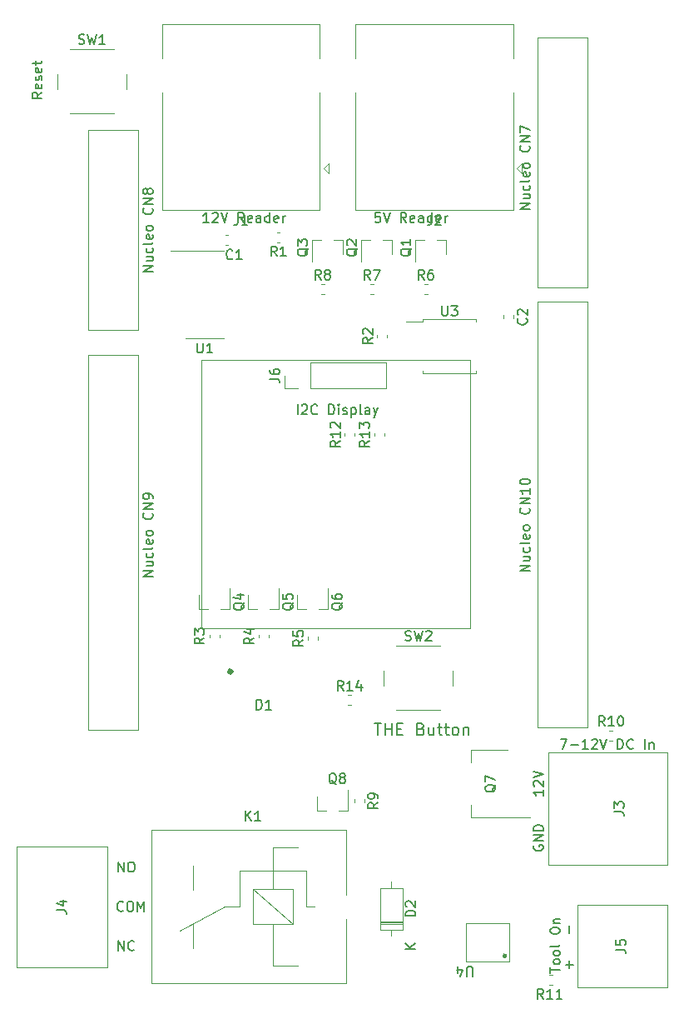
<source format=gbr>
%TF.GenerationSoftware,KiCad,Pcbnew,5.1.6-1.fc32*%
%TF.CreationDate,2021-02-06T18:10:13+01:00*%
%TF.ProjectId,acnode-nucleo144,61636e6f-6465-42d6-9e75-636c656f3134,rev?*%
%TF.SameCoordinates,Original*%
%TF.FileFunction,Legend,Top*%
%TF.FilePolarity,Positive*%
%FSLAX46Y46*%
G04 Gerber Fmt 4.6, Leading zero omitted, Abs format (unit mm)*
G04 Created by KiCad (PCBNEW 5.1.6-1.fc32) date 2021-02-06 18:10:13*
%MOMM*%
%LPD*%
G01*
G04 APERTURE LIST*
%ADD10C,0.200000*%
%ADD11C,0.150000*%
%ADD12C,0.120000*%
%ADD13C,0.300000*%
%ADD14C,0.500000*%
G04 APERTURE END LIST*
D10*
X150264285Y-128342857D02*
X150950000Y-128342857D01*
X150607142Y-129542857D02*
X150607142Y-128342857D01*
X151350000Y-129542857D02*
X151350000Y-128342857D01*
X151350000Y-128914285D02*
X152035714Y-128914285D01*
X152035714Y-129542857D02*
X152035714Y-128342857D01*
X152607142Y-128914285D02*
X153007142Y-128914285D01*
X153178571Y-129542857D02*
X152607142Y-129542857D01*
X152607142Y-128342857D01*
X153178571Y-128342857D01*
X155007142Y-128914285D02*
X155178571Y-128971428D01*
X155235714Y-129028571D01*
X155292857Y-129142857D01*
X155292857Y-129314285D01*
X155235714Y-129428571D01*
X155178571Y-129485714D01*
X155064285Y-129542857D01*
X154607142Y-129542857D01*
X154607142Y-128342857D01*
X155007142Y-128342857D01*
X155121428Y-128400000D01*
X155178571Y-128457142D01*
X155235714Y-128571428D01*
X155235714Y-128685714D01*
X155178571Y-128800000D01*
X155121428Y-128857142D01*
X155007142Y-128914285D01*
X154607142Y-128914285D01*
X156321428Y-128742857D02*
X156321428Y-129542857D01*
X155807142Y-128742857D02*
X155807142Y-129371428D01*
X155864285Y-129485714D01*
X155978571Y-129542857D01*
X156150000Y-129542857D01*
X156264285Y-129485714D01*
X156321428Y-129428571D01*
X156721428Y-128742857D02*
X157178571Y-128742857D01*
X156892857Y-128342857D02*
X156892857Y-129371428D01*
X156950000Y-129485714D01*
X157064285Y-129542857D01*
X157178571Y-129542857D01*
X157407142Y-128742857D02*
X157864285Y-128742857D01*
X157578571Y-128342857D02*
X157578571Y-129371428D01*
X157635714Y-129485714D01*
X157750000Y-129542857D01*
X157864285Y-129542857D01*
X158435714Y-129542857D02*
X158321428Y-129485714D01*
X158264285Y-129428571D01*
X158207142Y-129314285D01*
X158207142Y-128971428D01*
X158264285Y-128857142D01*
X158321428Y-128800000D01*
X158435714Y-128742857D01*
X158607142Y-128742857D01*
X158721428Y-128800000D01*
X158778571Y-128857142D01*
X158835714Y-128971428D01*
X158835714Y-129314285D01*
X158778571Y-129428571D01*
X158721428Y-129485714D01*
X158607142Y-129542857D01*
X158435714Y-129542857D01*
X159350000Y-128742857D02*
X159350000Y-129542857D01*
X159350000Y-128857142D02*
X159407142Y-128800000D01*
X159521428Y-128742857D01*
X159692857Y-128742857D01*
X159807142Y-128800000D01*
X159864285Y-128914285D01*
X159864285Y-129542857D01*
D11*
X169214285Y-129952380D02*
X169880952Y-129952380D01*
X169452380Y-130952380D01*
X170261904Y-130571428D02*
X171023809Y-130571428D01*
X172023809Y-130952380D02*
X171452380Y-130952380D01*
X171738095Y-130952380D02*
X171738095Y-129952380D01*
X171642857Y-130095238D01*
X171547619Y-130190476D01*
X171452380Y-130238095D01*
X172404761Y-130047619D02*
X172452380Y-130000000D01*
X172547619Y-129952380D01*
X172785714Y-129952380D01*
X172880952Y-130000000D01*
X172928571Y-130047619D01*
X172976190Y-130142857D01*
X172976190Y-130238095D01*
X172928571Y-130380952D01*
X172357142Y-130952380D01*
X172976190Y-130952380D01*
X173261904Y-129952380D02*
X173595238Y-130952380D01*
X173928571Y-129952380D01*
X175023809Y-130952380D02*
X175023809Y-129952380D01*
X175261904Y-129952380D01*
X175404761Y-130000000D01*
X175500000Y-130095238D01*
X175547619Y-130190476D01*
X175595238Y-130380952D01*
X175595238Y-130523809D01*
X175547619Y-130714285D01*
X175500000Y-130809523D01*
X175404761Y-130904761D01*
X175261904Y-130952380D01*
X175023809Y-130952380D01*
X176595238Y-130857142D02*
X176547619Y-130904761D01*
X176404761Y-130952380D01*
X176309523Y-130952380D01*
X176166666Y-130904761D01*
X176071428Y-130809523D01*
X176023809Y-130714285D01*
X175976190Y-130523809D01*
X175976190Y-130380952D01*
X176023809Y-130190476D01*
X176071428Y-130095238D01*
X176166666Y-130000000D01*
X176309523Y-129952380D01*
X176404761Y-129952380D01*
X176547619Y-130000000D01*
X176595238Y-130047619D01*
X177785714Y-130952380D02*
X177785714Y-129952380D01*
X178261904Y-130285714D02*
X178261904Y-130952380D01*
X178261904Y-130380952D02*
X178309523Y-130333333D01*
X178404761Y-130285714D01*
X178547619Y-130285714D01*
X178642857Y-130333333D01*
X178690476Y-130428571D01*
X178690476Y-130952380D01*
X167452380Y-135119047D02*
X167452380Y-135690476D01*
X167452380Y-135404761D02*
X166452380Y-135404761D01*
X166595238Y-135500000D01*
X166690476Y-135595238D01*
X166738095Y-135690476D01*
X166547619Y-134738095D02*
X166500000Y-134690476D01*
X166452380Y-134595238D01*
X166452380Y-134357142D01*
X166500000Y-134261904D01*
X166547619Y-134214285D01*
X166642857Y-134166666D01*
X166738095Y-134166666D01*
X166880952Y-134214285D01*
X167452380Y-134785714D01*
X167452380Y-134166666D01*
X166452380Y-133880952D02*
X167452380Y-133547619D01*
X166452380Y-133214285D01*
X166500000Y-140761904D02*
X166452380Y-140857142D01*
X166452380Y-141000000D01*
X166500000Y-141142857D01*
X166595238Y-141238095D01*
X166690476Y-141285714D01*
X166880952Y-141333333D01*
X167023809Y-141333333D01*
X167214285Y-141285714D01*
X167309523Y-141238095D01*
X167404761Y-141142857D01*
X167452380Y-141000000D01*
X167452380Y-140904761D01*
X167404761Y-140761904D01*
X167357142Y-140714285D01*
X167023809Y-140714285D01*
X167023809Y-140904761D01*
X167452380Y-140285714D02*
X166452380Y-140285714D01*
X167452380Y-139714285D01*
X166452380Y-139714285D01*
X167452380Y-139238095D02*
X166452380Y-139238095D01*
X166452380Y-139000000D01*
X166500000Y-138857142D01*
X166595238Y-138761904D01*
X166690476Y-138714285D01*
X166880952Y-138666666D01*
X167023809Y-138666666D01*
X167214285Y-138714285D01*
X167309523Y-138761904D01*
X167404761Y-138857142D01*
X167452380Y-139000000D01*
X167452380Y-139238095D01*
X170071428Y-149680952D02*
X170071428Y-148919047D01*
X169719047Y-152871428D02*
X170480952Y-152871428D01*
X170100000Y-153252380D02*
X170100000Y-152490476D01*
X168152380Y-153709523D02*
X168152380Y-153138095D01*
X169152380Y-153423809D02*
X168152380Y-153423809D01*
X169152380Y-152661904D02*
X169104761Y-152757142D01*
X169057142Y-152804761D01*
X168961904Y-152852380D01*
X168676190Y-152852380D01*
X168580952Y-152804761D01*
X168533333Y-152757142D01*
X168485714Y-152661904D01*
X168485714Y-152519047D01*
X168533333Y-152423809D01*
X168580952Y-152376190D01*
X168676190Y-152328571D01*
X168961904Y-152328571D01*
X169057142Y-152376190D01*
X169104761Y-152423809D01*
X169152380Y-152519047D01*
X169152380Y-152661904D01*
X169152380Y-151757142D02*
X169104761Y-151852380D01*
X169057142Y-151900000D01*
X168961904Y-151947619D01*
X168676190Y-151947619D01*
X168580952Y-151900000D01*
X168533333Y-151852380D01*
X168485714Y-151757142D01*
X168485714Y-151614285D01*
X168533333Y-151519047D01*
X168580952Y-151471428D01*
X168676190Y-151423809D01*
X168961904Y-151423809D01*
X169057142Y-151471428D01*
X169104761Y-151519047D01*
X169152380Y-151614285D01*
X169152380Y-151757142D01*
X169152380Y-150852380D02*
X169104761Y-150947619D01*
X169009523Y-150995238D01*
X168152380Y-150995238D01*
X168152380Y-149519047D02*
X168152380Y-149328571D01*
X168200000Y-149233333D01*
X168295238Y-149138095D01*
X168485714Y-149090476D01*
X168819047Y-149090476D01*
X169009523Y-149138095D01*
X169104761Y-149233333D01*
X169152380Y-149328571D01*
X169152380Y-149519047D01*
X169104761Y-149614285D01*
X169009523Y-149709523D01*
X168819047Y-149757142D01*
X168485714Y-149757142D01*
X168295238Y-149709523D01*
X168200000Y-149614285D01*
X168152380Y-149519047D01*
X168485714Y-148661904D02*
X169152380Y-148661904D01*
X168580952Y-148661904D02*
X168533333Y-148614285D01*
X168485714Y-148519047D01*
X168485714Y-148376190D01*
X168533333Y-148280952D01*
X168628571Y-148233333D01*
X169152380Y-148233333D01*
X124214285Y-151452380D02*
X124214285Y-150452380D01*
X124785714Y-151452380D01*
X124785714Y-150452380D01*
X125833333Y-151357142D02*
X125785714Y-151404761D01*
X125642857Y-151452380D01*
X125547619Y-151452380D01*
X125404761Y-151404761D01*
X125309523Y-151309523D01*
X125261904Y-151214285D01*
X125214285Y-151023809D01*
X125214285Y-150880952D01*
X125261904Y-150690476D01*
X125309523Y-150595238D01*
X125404761Y-150500000D01*
X125547619Y-150452380D01*
X125642857Y-150452380D01*
X125785714Y-150500000D01*
X125833333Y-150547619D01*
X124190476Y-143452380D02*
X124190476Y-142452380D01*
X124761904Y-143452380D01*
X124761904Y-142452380D01*
X125428571Y-142452380D02*
X125619047Y-142452380D01*
X125714285Y-142500000D01*
X125809523Y-142595238D01*
X125857142Y-142785714D01*
X125857142Y-143119047D01*
X125809523Y-143309523D01*
X125714285Y-143404761D01*
X125619047Y-143452380D01*
X125428571Y-143452380D01*
X125333333Y-143404761D01*
X125238095Y-143309523D01*
X125190476Y-143119047D01*
X125190476Y-142785714D01*
X125238095Y-142595238D01*
X125333333Y-142500000D01*
X125428571Y-142452380D01*
X124714285Y-147357142D02*
X124666666Y-147404761D01*
X124523809Y-147452380D01*
X124428571Y-147452380D01*
X124285714Y-147404761D01*
X124190476Y-147309523D01*
X124142857Y-147214285D01*
X124095238Y-147023809D01*
X124095238Y-146880952D01*
X124142857Y-146690476D01*
X124190476Y-146595238D01*
X124285714Y-146500000D01*
X124428571Y-146452380D01*
X124523809Y-146452380D01*
X124666666Y-146500000D01*
X124714285Y-146547619D01*
X125333333Y-146452380D02*
X125523809Y-146452380D01*
X125619047Y-146500000D01*
X125714285Y-146595238D01*
X125761904Y-146785714D01*
X125761904Y-147119047D01*
X125714285Y-147309523D01*
X125619047Y-147404761D01*
X125523809Y-147452380D01*
X125333333Y-147452380D01*
X125238095Y-147404761D01*
X125142857Y-147309523D01*
X125095238Y-147119047D01*
X125095238Y-146785714D01*
X125142857Y-146595238D01*
X125238095Y-146500000D01*
X125333333Y-146452380D01*
X126190476Y-147452380D02*
X126190476Y-146452380D01*
X126523809Y-147166666D01*
X126857142Y-146452380D01*
X126857142Y-147452380D01*
X142452380Y-96952380D02*
X142452380Y-95952380D01*
X142880952Y-96047619D02*
X142928571Y-96000000D01*
X143023809Y-95952380D01*
X143261904Y-95952380D01*
X143357142Y-96000000D01*
X143404761Y-96047619D01*
X143452380Y-96142857D01*
X143452380Y-96238095D01*
X143404761Y-96380952D01*
X142833333Y-96952380D01*
X143452380Y-96952380D01*
X144452380Y-96857142D02*
X144404761Y-96904761D01*
X144261904Y-96952380D01*
X144166666Y-96952380D01*
X144023809Y-96904761D01*
X143928571Y-96809523D01*
X143880952Y-96714285D01*
X143833333Y-96523809D01*
X143833333Y-96380952D01*
X143880952Y-96190476D01*
X143928571Y-96095238D01*
X144023809Y-96000000D01*
X144166666Y-95952380D01*
X144261904Y-95952380D01*
X144404761Y-96000000D01*
X144452380Y-96047619D01*
X145642857Y-96952380D02*
X145642857Y-95952380D01*
X145880952Y-95952380D01*
X146023809Y-96000000D01*
X146119047Y-96095238D01*
X146166666Y-96190476D01*
X146214285Y-96380952D01*
X146214285Y-96523809D01*
X146166666Y-96714285D01*
X146119047Y-96809523D01*
X146023809Y-96904761D01*
X145880952Y-96952380D01*
X145642857Y-96952380D01*
X146642857Y-96952380D02*
X146642857Y-96285714D01*
X146642857Y-95952380D02*
X146595238Y-96000000D01*
X146642857Y-96047619D01*
X146690476Y-96000000D01*
X146642857Y-95952380D01*
X146642857Y-96047619D01*
X147071428Y-96904761D02*
X147166666Y-96952380D01*
X147357142Y-96952380D01*
X147452380Y-96904761D01*
X147500000Y-96809523D01*
X147500000Y-96761904D01*
X147452380Y-96666666D01*
X147357142Y-96619047D01*
X147214285Y-96619047D01*
X147119047Y-96571428D01*
X147071428Y-96476190D01*
X147071428Y-96428571D01*
X147119047Y-96333333D01*
X147214285Y-96285714D01*
X147357142Y-96285714D01*
X147452380Y-96333333D01*
X147928571Y-96285714D02*
X147928571Y-97285714D01*
X147928571Y-96333333D02*
X148023809Y-96285714D01*
X148214285Y-96285714D01*
X148309523Y-96333333D01*
X148357142Y-96380952D01*
X148404761Y-96476190D01*
X148404761Y-96761904D01*
X148357142Y-96857142D01*
X148309523Y-96904761D01*
X148214285Y-96952380D01*
X148023809Y-96952380D01*
X147928571Y-96904761D01*
X148976190Y-96952380D02*
X148880952Y-96904761D01*
X148833333Y-96809523D01*
X148833333Y-95952380D01*
X149785714Y-96952380D02*
X149785714Y-96428571D01*
X149738095Y-96333333D01*
X149642857Y-96285714D01*
X149452380Y-96285714D01*
X149357142Y-96333333D01*
X149785714Y-96904761D02*
X149690476Y-96952380D01*
X149452380Y-96952380D01*
X149357142Y-96904761D01*
X149309523Y-96809523D01*
X149309523Y-96714285D01*
X149357142Y-96619047D01*
X149452380Y-96571428D01*
X149690476Y-96571428D01*
X149785714Y-96523809D01*
X150166666Y-96285714D02*
X150404761Y-96952380D01*
X150642857Y-96285714D02*
X150404761Y-96952380D01*
X150309523Y-97190476D01*
X150261904Y-97238095D01*
X150166666Y-97285714D01*
X150857142Y-76452380D02*
X150380952Y-76452380D01*
X150333333Y-76928571D01*
X150380952Y-76880952D01*
X150476190Y-76833333D01*
X150714285Y-76833333D01*
X150809523Y-76880952D01*
X150857142Y-76928571D01*
X150904761Y-77023809D01*
X150904761Y-77261904D01*
X150857142Y-77357142D01*
X150809523Y-77404761D01*
X150714285Y-77452380D01*
X150476190Y-77452380D01*
X150380952Y-77404761D01*
X150333333Y-77357142D01*
X151190476Y-76452380D02*
X151523809Y-77452380D01*
X151857142Y-76452380D01*
X153523809Y-77452380D02*
X153190476Y-76976190D01*
X152952380Y-77452380D02*
X152952380Y-76452380D01*
X153333333Y-76452380D01*
X153428571Y-76500000D01*
X153476190Y-76547619D01*
X153523809Y-76642857D01*
X153523809Y-76785714D01*
X153476190Y-76880952D01*
X153428571Y-76928571D01*
X153333333Y-76976190D01*
X152952380Y-76976190D01*
X154333333Y-77404761D02*
X154238095Y-77452380D01*
X154047619Y-77452380D01*
X153952380Y-77404761D01*
X153904761Y-77309523D01*
X153904761Y-76928571D01*
X153952380Y-76833333D01*
X154047619Y-76785714D01*
X154238095Y-76785714D01*
X154333333Y-76833333D01*
X154380952Y-76928571D01*
X154380952Y-77023809D01*
X153904761Y-77119047D01*
X155238095Y-77452380D02*
X155238095Y-76928571D01*
X155190476Y-76833333D01*
X155095238Y-76785714D01*
X154904761Y-76785714D01*
X154809523Y-76833333D01*
X155238095Y-77404761D02*
X155142857Y-77452380D01*
X154904761Y-77452380D01*
X154809523Y-77404761D01*
X154761904Y-77309523D01*
X154761904Y-77214285D01*
X154809523Y-77119047D01*
X154904761Y-77071428D01*
X155142857Y-77071428D01*
X155238095Y-77023809D01*
X156142857Y-77452380D02*
X156142857Y-76452380D01*
X156142857Y-77404761D02*
X156047619Y-77452380D01*
X155857142Y-77452380D01*
X155761904Y-77404761D01*
X155714285Y-77357142D01*
X155666666Y-77261904D01*
X155666666Y-76976190D01*
X155714285Y-76880952D01*
X155761904Y-76833333D01*
X155857142Y-76785714D01*
X156047619Y-76785714D01*
X156142857Y-76833333D01*
X157000000Y-77404761D02*
X156904761Y-77452380D01*
X156714285Y-77452380D01*
X156619047Y-77404761D01*
X156571428Y-77309523D01*
X156571428Y-76928571D01*
X156619047Y-76833333D01*
X156714285Y-76785714D01*
X156904761Y-76785714D01*
X157000000Y-76833333D01*
X157047619Y-76928571D01*
X157047619Y-77023809D01*
X156571428Y-77119047D01*
X157476190Y-77452380D02*
X157476190Y-76785714D01*
X157476190Y-76976190D02*
X157523809Y-76880952D01*
X157571428Y-76833333D01*
X157666666Y-76785714D01*
X157761904Y-76785714D01*
X133428571Y-77452380D02*
X132857142Y-77452380D01*
X133142857Y-77452380D02*
X133142857Y-76452380D01*
X133047619Y-76595238D01*
X132952380Y-76690476D01*
X132857142Y-76738095D01*
X133809523Y-76547619D02*
X133857142Y-76500000D01*
X133952380Y-76452380D01*
X134190476Y-76452380D01*
X134285714Y-76500000D01*
X134333333Y-76547619D01*
X134380952Y-76642857D01*
X134380952Y-76738095D01*
X134333333Y-76880952D01*
X133761904Y-77452380D01*
X134380952Y-77452380D01*
X134666666Y-76452380D02*
X135000000Y-77452380D01*
X135333333Y-76452380D01*
X137000000Y-77452380D02*
X136666666Y-76976190D01*
X136428571Y-77452380D02*
X136428571Y-76452380D01*
X136809523Y-76452380D01*
X136904761Y-76500000D01*
X136952380Y-76547619D01*
X137000000Y-76642857D01*
X137000000Y-76785714D01*
X136952380Y-76880952D01*
X136904761Y-76928571D01*
X136809523Y-76976190D01*
X136428571Y-76976190D01*
X137809523Y-77404761D02*
X137714285Y-77452380D01*
X137523809Y-77452380D01*
X137428571Y-77404761D01*
X137380952Y-77309523D01*
X137380952Y-76928571D01*
X137428571Y-76833333D01*
X137523809Y-76785714D01*
X137714285Y-76785714D01*
X137809523Y-76833333D01*
X137857142Y-76928571D01*
X137857142Y-77023809D01*
X137380952Y-77119047D01*
X138714285Y-77452380D02*
X138714285Y-76928571D01*
X138666666Y-76833333D01*
X138571428Y-76785714D01*
X138380952Y-76785714D01*
X138285714Y-76833333D01*
X138714285Y-77404761D02*
X138619047Y-77452380D01*
X138380952Y-77452380D01*
X138285714Y-77404761D01*
X138238095Y-77309523D01*
X138238095Y-77214285D01*
X138285714Y-77119047D01*
X138380952Y-77071428D01*
X138619047Y-77071428D01*
X138714285Y-77023809D01*
X139619047Y-77452380D02*
X139619047Y-76452380D01*
X139619047Y-77404761D02*
X139523809Y-77452380D01*
X139333333Y-77452380D01*
X139238095Y-77404761D01*
X139190476Y-77357142D01*
X139142857Y-77261904D01*
X139142857Y-76976190D01*
X139190476Y-76880952D01*
X139238095Y-76833333D01*
X139333333Y-76785714D01*
X139523809Y-76785714D01*
X139619047Y-76833333D01*
X140476190Y-77404761D02*
X140380952Y-77452380D01*
X140190476Y-77452380D01*
X140095238Y-77404761D01*
X140047619Y-77309523D01*
X140047619Y-76928571D01*
X140095238Y-76833333D01*
X140190476Y-76785714D01*
X140380952Y-76785714D01*
X140476190Y-76833333D01*
X140523809Y-76928571D01*
X140523809Y-77023809D01*
X140047619Y-77119047D01*
X140952380Y-77452380D02*
X140952380Y-76785714D01*
X140952380Y-76976190D02*
X141000000Y-76880952D01*
X141047619Y-76833333D01*
X141142857Y-76785714D01*
X141238095Y-76785714D01*
X116452380Y-64238095D02*
X115976190Y-64571428D01*
X116452380Y-64809523D02*
X115452380Y-64809523D01*
X115452380Y-64428571D01*
X115500000Y-64333333D01*
X115547619Y-64285714D01*
X115642857Y-64238095D01*
X115785714Y-64238095D01*
X115880952Y-64285714D01*
X115928571Y-64333333D01*
X115976190Y-64428571D01*
X115976190Y-64809523D01*
X116404761Y-63428571D02*
X116452380Y-63523809D01*
X116452380Y-63714285D01*
X116404761Y-63809523D01*
X116309523Y-63857142D01*
X115928571Y-63857142D01*
X115833333Y-63809523D01*
X115785714Y-63714285D01*
X115785714Y-63523809D01*
X115833333Y-63428571D01*
X115928571Y-63380952D01*
X116023809Y-63380952D01*
X116119047Y-63857142D01*
X116404761Y-63000000D02*
X116452380Y-62904761D01*
X116452380Y-62714285D01*
X116404761Y-62619047D01*
X116309523Y-62571428D01*
X116261904Y-62571428D01*
X116166666Y-62619047D01*
X116119047Y-62714285D01*
X116119047Y-62857142D01*
X116071428Y-62952380D01*
X115976190Y-63000000D01*
X115928571Y-63000000D01*
X115833333Y-62952380D01*
X115785714Y-62857142D01*
X115785714Y-62714285D01*
X115833333Y-62619047D01*
X116404761Y-61761904D02*
X116452380Y-61857142D01*
X116452380Y-62047619D01*
X116404761Y-62142857D01*
X116309523Y-62190476D01*
X115928571Y-62190476D01*
X115833333Y-62142857D01*
X115785714Y-62047619D01*
X115785714Y-61857142D01*
X115833333Y-61761904D01*
X115928571Y-61714285D01*
X116023809Y-61714285D01*
X116119047Y-62190476D01*
X115785714Y-61428571D02*
X115785714Y-61047619D01*
X115452380Y-61285714D02*
X116309523Y-61285714D01*
X116404761Y-61238095D01*
X116452380Y-61142857D01*
X116452380Y-61047619D01*
D12*
X132700000Y-118700000D02*
X132700000Y-91400000D01*
X160000000Y-118700000D02*
X132700000Y-118700000D01*
X160000000Y-91400000D02*
X160000000Y-118700000D01*
X132700000Y-91400000D02*
X160000000Y-91400000D01*
%TO.C,U3*%
X155183000Y-87567500D02*
X153508000Y-87567500D01*
X155183000Y-87307500D02*
X155183000Y-87567500D01*
X157908000Y-87307500D02*
X155183000Y-87307500D01*
X160633000Y-87307500D02*
X160633000Y-87567500D01*
X157908000Y-87307500D02*
X160633000Y-87307500D01*
X155183000Y-92757500D02*
X155183000Y-92497500D01*
X157908000Y-92757500D02*
X155183000Y-92757500D01*
X160633000Y-92757500D02*
X160633000Y-92497500D01*
X157908000Y-92757500D02*
X160633000Y-92757500D01*
%TO.C,R2*%
X151560000Y-89179279D02*
X151560000Y-88853721D01*
X150540000Y-89179279D02*
X150540000Y-88853721D01*
%TO.C,C2*%
X163430500Y-86885221D02*
X163430500Y-87210779D01*
X164450500Y-86885221D02*
X164450500Y-87210779D01*
%TO.C,J2*%
X148374000Y-76215000D02*
X148374000Y-64285000D01*
X148374000Y-76215000D02*
X164394000Y-76215000D01*
X164394000Y-76215000D02*
X164394000Y-64285000D01*
X148374000Y-57345000D02*
X164394000Y-57345000D01*
X148374000Y-60785000D02*
X148374000Y-57345000D01*
X164762000Y-71935000D02*
X165270000Y-72443000D01*
X165270000Y-72443000D02*
X165270000Y-71427000D01*
X165270000Y-71427000D02*
X164762000Y-71935000D01*
X164394000Y-60785000D02*
X164394000Y-57345000D01*
%TO.C,J1*%
X128689000Y-76215000D02*
X128689000Y-64285000D01*
X128689000Y-76215000D02*
X144709000Y-76215000D01*
X144709000Y-76215000D02*
X144709000Y-64285000D01*
X128689000Y-57345000D02*
X144709000Y-57345000D01*
X128689000Y-60785000D02*
X128689000Y-57345000D01*
X145077000Y-71935000D02*
X145585000Y-72443000D01*
X145585000Y-72443000D02*
X145585000Y-71427000D01*
X145585000Y-71427000D02*
X145077000Y-71935000D01*
X144709000Y-60785000D02*
X144709000Y-57345000D01*
%TO.C,U2*%
X166910000Y-128796000D02*
X166910000Y-85489000D01*
X171990000Y-128796000D02*
X166910000Y-128796000D01*
X171990000Y-85489000D02*
X171990000Y-128796000D01*
X166910000Y-85489000D02*
X171990000Y-85489000D01*
X166910000Y-84092000D02*
X166910000Y-58692000D01*
X171990000Y-84092000D02*
X166910000Y-84092000D01*
X171990000Y-58692000D02*
X171990000Y-84092000D01*
X166910000Y-58692000D02*
X171990000Y-58692000D01*
X121190000Y-129050000D02*
X121190000Y-90950000D01*
X126270000Y-129050000D02*
X121190000Y-129050000D01*
X126270000Y-90950000D02*
X126270000Y-129050000D01*
X121190000Y-90950000D02*
X126270000Y-90950000D01*
X121190000Y-88410000D02*
X121190000Y-68090000D01*
X126270000Y-88410000D02*
X121190000Y-88410000D01*
X126270000Y-68090000D02*
X126270000Y-88410000D01*
X121190000Y-68090000D02*
X126270000Y-68090000D01*
%TO.C,K1*%
X137950000Y-145150000D02*
X141950000Y-145150000D01*
X137950000Y-148750000D02*
X137950000Y-145150000D01*
X141950000Y-148750000D02*
X137950000Y-148750000D01*
X141950000Y-145150000D02*
X141950000Y-148750000D01*
X137950000Y-145150000D02*
X141950000Y-148750000D01*
X139950000Y-145150000D02*
X139950000Y-140950000D01*
X139950000Y-152950000D02*
X139950000Y-148750000D01*
X143350000Y-146950000D02*
X143350000Y-143350000D01*
X136550000Y-146950000D02*
X136550000Y-143350000D01*
X136550000Y-143350000D02*
X143350000Y-143350000D01*
X135050000Y-146950000D02*
X130450000Y-149450000D01*
X136550000Y-146950000D02*
X135050000Y-146950000D01*
X139950000Y-152950000D02*
X142450000Y-152950000D01*
X143350000Y-146950000D02*
X144150000Y-146950000D01*
X142450000Y-140950000D02*
X139950000Y-140950000D01*
X131850000Y-151200000D02*
X131850000Y-148700000D01*
X131850000Y-142800000D02*
X131850000Y-145250000D01*
X127600000Y-139200000D02*
X147400000Y-139200000D01*
X127600000Y-154800000D02*
X127600000Y-139200000D01*
X147400000Y-154800000D02*
X127600000Y-154800000D01*
X147400000Y-154800000D02*
X147400000Y-148200000D01*
X147400000Y-145800000D02*
X147400000Y-139200000D01*
D13*
%TO.C,U4*%
X163615139Y-151975000D02*
G75*
G03*
X163615139Y-151975000I-90139J0D01*
G01*
D12*
X164000000Y-148675000D02*
X164000000Y-152525000D01*
X159600000Y-148675000D02*
X164000000Y-148675000D01*
X159600000Y-152525000D02*
X159600000Y-148675000D01*
X164000000Y-152525000D02*
X159600000Y-152525000D01*
%TO.C,J5*%
X180100000Y-155200000D02*
X170900000Y-155200000D01*
X180100000Y-146800000D02*
X180100000Y-155200000D01*
X170900000Y-146800000D02*
X180100000Y-146800000D01*
X170900000Y-155200000D02*
X170900000Y-146800000D01*
%TO.C,J4*%
X123100000Y-140890000D02*
X123100000Y-153110000D01*
X123100000Y-153110000D02*
X113900000Y-153110000D01*
X113900000Y-153110000D02*
X113900000Y-140890000D01*
X113900000Y-140890000D02*
X123100000Y-140890000D01*
D14*
%TO.C,D1*%
X135700000Y-123100000D02*
G75*
G03*
X135700000Y-123100000I-100000J0D01*
G01*
D12*
%TO.C,U1*%
X133000000Y-89185000D02*
X134950000Y-89185000D01*
X133000000Y-89185000D02*
X131050000Y-89185000D01*
X133000000Y-80315000D02*
X134950000Y-80315000D01*
X133000000Y-80315000D02*
X129550000Y-80315000D01*
%TO.C,SW2*%
X152500000Y-127000000D02*
X157000000Y-127000000D01*
X151250000Y-123000000D02*
X151250000Y-124500000D01*
X157000000Y-120500000D02*
X152500000Y-120500000D01*
X158250000Y-124500000D02*
X158250000Y-123000000D01*
%TO.C,SW1*%
X119284000Y-66386000D02*
X123784000Y-66386000D01*
X118034000Y-62386000D02*
X118034000Y-63886000D01*
X123784000Y-59886000D02*
X119284000Y-59886000D01*
X125034000Y-63886000D02*
X125034000Y-62386000D01*
%TO.C,R14*%
X147587221Y-125490000D02*
X147912779Y-125490000D01*
X147587221Y-126510000D02*
X147912779Y-126510000D01*
%TO.C,R13*%
X150240000Y-99162779D02*
X150240000Y-98837221D01*
X151260000Y-99162779D02*
X151260000Y-98837221D01*
%TO.C,R12*%
X147240000Y-99162779D02*
X147240000Y-98837221D01*
X148260000Y-99162779D02*
X148260000Y-98837221D01*
%TO.C,R11*%
X168037221Y-153890000D02*
X168362779Y-153890000D01*
X168037221Y-154910000D02*
X168362779Y-154910000D01*
%TO.C,R10*%
X174182821Y-129080800D02*
X174508379Y-129080800D01*
X174182821Y-130100800D02*
X174508379Y-130100800D01*
%TO.C,R9*%
X149260000Y-136087221D02*
X149260000Y-136412779D01*
X148240000Y-136087221D02*
X148240000Y-136412779D01*
%TO.C,R8*%
X144837221Y-83740000D02*
X145162779Y-83740000D01*
X144837221Y-84760000D02*
X145162779Y-84760000D01*
%TO.C,R7*%
X149837221Y-83740000D02*
X150162779Y-83740000D01*
X149837221Y-84760000D02*
X150162779Y-84760000D01*
%TO.C,R6*%
X155337221Y-83740000D02*
X155662779Y-83740000D01*
X155337221Y-84760000D02*
X155662779Y-84760000D01*
%TO.C,R5*%
X143490000Y-119875279D02*
X143490000Y-119549721D01*
X144510000Y-119875279D02*
X144510000Y-119549721D01*
%TO.C,R4*%
X138490000Y-119662779D02*
X138490000Y-119337221D01*
X139510000Y-119662779D02*
X139510000Y-119337221D01*
%TO.C,R3*%
X133490000Y-119662779D02*
X133490000Y-119337221D01*
X134510000Y-119662779D02*
X134510000Y-119337221D01*
%TO.C,R1*%
X140662779Y-79510000D02*
X140337221Y-79510000D01*
X140662779Y-78490000D02*
X140337221Y-78490000D01*
%TO.C,Q8*%
X144420000Y-137260000D02*
X145350000Y-137260000D01*
X147580000Y-137260000D02*
X146650000Y-137260000D01*
X147580000Y-137260000D02*
X147580000Y-135100000D01*
X144420000Y-137260000D02*
X144420000Y-135800000D01*
%TO.C,Q7*%
X160090000Y-131090000D02*
X160090000Y-132350000D01*
X160090000Y-137910000D02*
X160090000Y-136650000D01*
X163850000Y-131090000D02*
X160090000Y-131090000D01*
X166100000Y-137910000D02*
X160090000Y-137910000D01*
%TO.C,Q6*%
X142420000Y-116760000D02*
X143350000Y-116760000D01*
X145580000Y-116760000D02*
X144650000Y-116760000D01*
X145580000Y-116760000D02*
X145580000Y-114600000D01*
X142420000Y-116760000D02*
X142420000Y-115300000D01*
%TO.C,Q5*%
X137420000Y-116760000D02*
X138350000Y-116760000D01*
X140580000Y-116760000D02*
X139650000Y-116760000D01*
X140580000Y-116760000D02*
X140580000Y-114600000D01*
X137420000Y-116760000D02*
X137420000Y-115300000D01*
%TO.C,Q4*%
X132420000Y-116760000D02*
X133350000Y-116760000D01*
X135580000Y-116760000D02*
X134650000Y-116760000D01*
X135580000Y-116760000D02*
X135580000Y-114600000D01*
X132420000Y-116760000D02*
X132420000Y-115300000D01*
%TO.C,Q3*%
X147080000Y-79240000D02*
X146150000Y-79240000D01*
X143920000Y-79240000D02*
X144850000Y-79240000D01*
X143920000Y-79240000D02*
X143920000Y-81400000D01*
X147080000Y-79240000D02*
X147080000Y-80700000D01*
%TO.C,Q2*%
X152080000Y-79240000D02*
X151150000Y-79240000D01*
X148920000Y-79240000D02*
X149850000Y-79240000D01*
X148920000Y-79240000D02*
X148920000Y-81400000D01*
X152080000Y-79240000D02*
X152080000Y-80700000D01*
%TO.C,Q1*%
X157580000Y-79240000D02*
X156650000Y-79240000D01*
X154420000Y-79240000D02*
X155350000Y-79240000D01*
X154420000Y-79240000D02*
X154420000Y-81400000D01*
X157580000Y-79240000D02*
X157580000Y-80700000D01*
%TO.C,J6*%
X151450000Y-94330000D02*
X151450000Y-91670000D01*
X143770000Y-94330000D02*
X151450000Y-94330000D01*
X143770000Y-91670000D02*
X151450000Y-91670000D01*
X143770000Y-94330000D02*
X143770000Y-91670000D01*
X142500000Y-94330000D02*
X141170000Y-94330000D01*
X141170000Y-94330000D02*
X141170000Y-93000000D01*
%TO.C,J3*%
X180100000Y-142700000D02*
X167950000Y-142700000D01*
X180100000Y-131300000D02*
X180100000Y-142700000D01*
X167950000Y-131300000D02*
X180100000Y-131300000D01*
X167950000Y-142700000D02*
X167950000Y-131300000D01*
%TO.C,D2*%
X150880000Y-148710000D02*
X153120000Y-148710000D01*
X150880000Y-148470000D02*
X153120000Y-148470000D01*
X150880000Y-148590000D02*
X153120000Y-148590000D01*
X152000000Y-144420000D02*
X152000000Y-145070000D01*
X152000000Y-149960000D02*
X152000000Y-149310000D01*
X150880000Y-145070000D02*
X150880000Y-149310000D01*
X153120000Y-145070000D02*
X150880000Y-145070000D01*
X153120000Y-149310000D02*
X153120000Y-145070000D01*
X150880000Y-149310000D02*
X153120000Y-149310000D01*
%TO.C,C1*%
X135412779Y-79760000D02*
X135087221Y-79760000D01*
X135412779Y-78740000D02*
X135087221Y-78740000D01*
%TO.C,U3*%
D11*
X157146095Y-85924880D02*
X157146095Y-86734404D01*
X157193714Y-86829642D01*
X157241333Y-86877261D01*
X157336571Y-86924880D01*
X157527047Y-86924880D01*
X157622285Y-86877261D01*
X157669904Y-86829642D01*
X157717523Y-86734404D01*
X157717523Y-85924880D01*
X158098476Y-85924880D02*
X158717523Y-85924880D01*
X158384190Y-86305833D01*
X158527047Y-86305833D01*
X158622285Y-86353452D01*
X158669904Y-86401071D01*
X158717523Y-86496309D01*
X158717523Y-86734404D01*
X158669904Y-86829642D01*
X158622285Y-86877261D01*
X158527047Y-86924880D01*
X158241333Y-86924880D01*
X158146095Y-86877261D01*
X158098476Y-86829642D01*
%TO.C,R2*%
X150072380Y-89183166D02*
X149596190Y-89516500D01*
X150072380Y-89754595D02*
X149072380Y-89754595D01*
X149072380Y-89373642D01*
X149120000Y-89278404D01*
X149167619Y-89230785D01*
X149262857Y-89183166D01*
X149405714Y-89183166D01*
X149500952Y-89230785D01*
X149548571Y-89278404D01*
X149596190Y-89373642D01*
X149596190Y-89754595D01*
X149167619Y-88802214D02*
X149120000Y-88754595D01*
X149072380Y-88659357D01*
X149072380Y-88421261D01*
X149120000Y-88326023D01*
X149167619Y-88278404D01*
X149262857Y-88230785D01*
X149358095Y-88230785D01*
X149500952Y-88278404D01*
X150072380Y-88849833D01*
X150072380Y-88230785D01*
%TO.C,C2*%
X165727642Y-87214666D02*
X165775261Y-87262285D01*
X165822880Y-87405142D01*
X165822880Y-87500380D01*
X165775261Y-87643238D01*
X165680023Y-87738476D01*
X165584785Y-87786095D01*
X165394309Y-87833714D01*
X165251452Y-87833714D01*
X165060976Y-87786095D01*
X164965738Y-87738476D01*
X164870500Y-87643238D01*
X164822880Y-87500380D01*
X164822880Y-87405142D01*
X164870500Y-87262285D01*
X164918119Y-87214666D01*
X164918119Y-86833714D02*
X164870500Y-86786095D01*
X164822880Y-86690857D01*
X164822880Y-86452761D01*
X164870500Y-86357523D01*
X164918119Y-86309904D01*
X165013357Y-86262285D01*
X165108595Y-86262285D01*
X165251452Y-86309904D01*
X165822880Y-86881333D01*
X165822880Y-86262285D01*
%TO.C,J2*%
X156050666Y-76727380D02*
X156050666Y-77441666D01*
X156003047Y-77584523D01*
X155907809Y-77679761D01*
X155764952Y-77727380D01*
X155669714Y-77727380D01*
X156479238Y-76822619D02*
X156526857Y-76775000D01*
X156622095Y-76727380D01*
X156860190Y-76727380D01*
X156955428Y-76775000D01*
X157003047Y-76822619D01*
X157050666Y-76917857D01*
X157050666Y-77013095D01*
X157003047Y-77155952D01*
X156431619Y-77727380D01*
X157050666Y-77727380D01*
%TO.C,J1*%
X136365666Y-76727380D02*
X136365666Y-77441666D01*
X136318047Y-77584523D01*
X136222809Y-77679761D01*
X136079952Y-77727380D01*
X135984714Y-77727380D01*
X137365666Y-77727380D02*
X136794238Y-77727380D01*
X137079952Y-77727380D02*
X137079952Y-76727380D01*
X136984714Y-76870238D01*
X136889476Y-76965476D01*
X136794238Y-77013095D01*
%TO.C,U2*%
X166092380Y-112888666D02*
X165092380Y-112888666D01*
X166092380Y-112317238D01*
X165092380Y-112317238D01*
X165425714Y-111412476D02*
X166092380Y-111412476D01*
X165425714Y-111841047D02*
X165949523Y-111841047D01*
X166044761Y-111793428D01*
X166092380Y-111698190D01*
X166092380Y-111555333D01*
X166044761Y-111460095D01*
X165997142Y-111412476D01*
X166044761Y-110507714D02*
X166092380Y-110602952D01*
X166092380Y-110793428D01*
X166044761Y-110888666D01*
X165997142Y-110936285D01*
X165901904Y-110983904D01*
X165616190Y-110983904D01*
X165520952Y-110936285D01*
X165473333Y-110888666D01*
X165425714Y-110793428D01*
X165425714Y-110602952D01*
X165473333Y-110507714D01*
X166092380Y-109936285D02*
X166044761Y-110031523D01*
X165949523Y-110079142D01*
X165092380Y-110079142D01*
X166044761Y-109174380D02*
X166092380Y-109269619D01*
X166092380Y-109460095D01*
X166044761Y-109555333D01*
X165949523Y-109602952D01*
X165568571Y-109602952D01*
X165473333Y-109555333D01*
X165425714Y-109460095D01*
X165425714Y-109269619D01*
X165473333Y-109174380D01*
X165568571Y-109126761D01*
X165663809Y-109126761D01*
X165759047Y-109602952D01*
X166092380Y-108555333D02*
X166044761Y-108650571D01*
X165997142Y-108698190D01*
X165901904Y-108745809D01*
X165616190Y-108745809D01*
X165520952Y-108698190D01*
X165473333Y-108650571D01*
X165425714Y-108555333D01*
X165425714Y-108412476D01*
X165473333Y-108317238D01*
X165520952Y-108269619D01*
X165616190Y-108222000D01*
X165901904Y-108222000D01*
X165997142Y-108269619D01*
X166044761Y-108317238D01*
X166092380Y-108412476D01*
X166092380Y-108555333D01*
X165997142Y-106460095D02*
X166044761Y-106507714D01*
X166092380Y-106650571D01*
X166092380Y-106745809D01*
X166044761Y-106888666D01*
X165949523Y-106983904D01*
X165854285Y-107031523D01*
X165663809Y-107079142D01*
X165520952Y-107079142D01*
X165330476Y-107031523D01*
X165235238Y-106983904D01*
X165140000Y-106888666D01*
X165092380Y-106745809D01*
X165092380Y-106650571D01*
X165140000Y-106507714D01*
X165187619Y-106460095D01*
X166092380Y-106031523D02*
X165092380Y-106031523D01*
X166092380Y-105460095D01*
X165092380Y-105460095D01*
X166092380Y-104460095D02*
X166092380Y-105031523D01*
X166092380Y-104745809D02*
X165092380Y-104745809D01*
X165235238Y-104841047D01*
X165330476Y-104936285D01*
X165378095Y-105031523D01*
X165092380Y-103841047D02*
X165092380Y-103745809D01*
X165140000Y-103650571D01*
X165187619Y-103602952D01*
X165282857Y-103555333D01*
X165473333Y-103507714D01*
X165711428Y-103507714D01*
X165901904Y-103555333D01*
X165997142Y-103602952D01*
X166044761Y-103650571D01*
X166092380Y-103745809D01*
X166092380Y-103841047D01*
X166044761Y-103936285D01*
X165997142Y-103983904D01*
X165901904Y-104031523D01*
X165711428Y-104079142D01*
X165473333Y-104079142D01*
X165282857Y-104031523D01*
X165187619Y-103983904D01*
X165140000Y-103936285D01*
X165092380Y-103841047D01*
X166092380Y-76090476D02*
X165092380Y-76090476D01*
X166092380Y-75519047D01*
X165092380Y-75519047D01*
X165425714Y-74614285D02*
X166092380Y-74614285D01*
X165425714Y-75042857D02*
X165949523Y-75042857D01*
X166044761Y-74995238D01*
X166092380Y-74900000D01*
X166092380Y-74757142D01*
X166044761Y-74661904D01*
X165997142Y-74614285D01*
X166044761Y-73709523D02*
X166092380Y-73804761D01*
X166092380Y-73995238D01*
X166044761Y-74090476D01*
X165997142Y-74138095D01*
X165901904Y-74185714D01*
X165616190Y-74185714D01*
X165520952Y-74138095D01*
X165473333Y-74090476D01*
X165425714Y-73995238D01*
X165425714Y-73804761D01*
X165473333Y-73709523D01*
X166092380Y-73138095D02*
X166044761Y-73233333D01*
X165949523Y-73280952D01*
X165092380Y-73280952D01*
X166044761Y-72376190D02*
X166092380Y-72471428D01*
X166092380Y-72661904D01*
X166044761Y-72757142D01*
X165949523Y-72804761D01*
X165568571Y-72804761D01*
X165473333Y-72757142D01*
X165425714Y-72661904D01*
X165425714Y-72471428D01*
X165473333Y-72376190D01*
X165568571Y-72328571D01*
X165663809Y-72328571D01*
X165759047Y-72804761D01*
X166092380Y-71757142D02*
X166044761Y-71852380D01*
X165997142Y-71900000D01*
X165901904Y-71947619D01*
X165616190Y-71947619D01*
X165520952Y-71900000D01*
X165473333Y-71852380D01*
X165425714Y-71757142D01*
X165425714Y-71614285D01*
X165473333Y-71519047D01*
X165520952Y-71471428D01*
X165616190Y-71423809D01*
X165901904Y-71423809D01*
X165997142Y-71471428D01*
X166044761Y-71519047D01*
X166092380Y-71614285D01*
X166092380Y-71757142D01*
X165997142Y-69661904D02*
X166044761Y-69709523D01*
X166092380Y-69852380D01*
X166092380Y-69947619D01*
X166044761Y-70090476D01*
X165949523Y-70185714D01*
X165854285Y-70233333D01*
X165663809Y-70280952D01*
X165520952Y-70280952D01*
X165330476Y-70233333D01*
X165235238Y-70185714D01*
X165140000Y-70090476D01*
X165092380Y-69947619D01*
X165092380Y-69852380D01*
X165140000Y-69709523D01*
X165187619Y-69661904D01*
X166092380Y-69233333D02*
X165092380Y-69233333D01*
X166092380Y-68661904D01*
X165092380Y-68661904D01*
X165092380Y-68280952D02*
X165092380Y-67614285D01*
X166092380Y-68042857D01*
X127738380Y-113428476D02*
X126738380Y-113428476D01*
X127738380Y-112857047D01*
X126738380Y-112857047D01*
X127071714Y-111952285D02*
X127738380Y-111952285D01*
X127071714Y-112380857D02*
X127595523Y-112380857D01*
X127690761Y-112333238D01*
X127738380Y-112238000D01*
X127738380Y-112095142D01*
X127690761Y-111999904D01*
X127643142Y-111952285D01*
X127690761Y-111047523D02*
X127738380Y-111142761D01*
X127738380Y-111333238D01*
X127690761Y-111428476D01*
X127643142Y-111476095D01*
X127547904Y-111523714D01*
X127262190Y-111523714D01*
X127166952Y-111476095D01*
X127119333Y-111428476D01*
X127071714Y-111333238D01*
X127071714Y-111142761D01*
X127119333Y-111047523D01*
X127738380Y-110476095D02*
X127690761Y-110571333D01*
X127595523Y-110618952D01*
X126738380Y-110618952D01*
X127690761Y-109714190D02*
X127738380Y-109809428D01*
X127738380Y-109999904D01*
X127690761Y-110095142D01*
X127595523Y-110142761D01*
X127214571Y-110142761D01*
X127119333Y-110095142D01*
X127071714Y-109999904D01*
X127071714Y-109809428D01*
X127119333Y-109714190D01*
X127214571Y-109666571D01*
X127309809Y-109666571D01*
X127405047Y-110142761D01*
X127738380Y-109095142D02*
X127690761Y-109190380D01*
X127643142Y-109238000D01*
X127547904Y-109285619D01*
X127262190Y-109285619D01*
X127166952Y-109238000D01*
X127119333Y-109190380D01*
X127071714Y-109095142D01*
X127071714Y-108952285D01*
X127119333Y-108857047D01*
X127166952Y-108809428D01*
X127262190Y-108761809D01*
X127547904Y-108761809D01*
X127643142Y-108809428D01*
X127690761Y-108857047D01*
X127738380Y-108952285D01*
X127738380Y-109095142D01*
X127643142Y-106999904D02*
X127690761Y-107047523D01*
X127738380Y-107190380D01*
X127738380Y-107285619D01*
X127690761Y-107428476D01*
X127595523Y-107523714D01*
X127500285Y-107571333D01*
X127309809Y-107618952D01*
X127166952Y-107618952D01*
X126976476Y-107571333D01*
X126881238Y-107523714D01*
X126786000Y-107428476D01*
X126738380Y-107285619D01*
X126738380Y-107190380D01*
X126786000Y-107047523D01*
X126833619Y-106999904D01*
X127738380Y-106571333D02*
X126738380Y-106571333D01*
X127738380Y-105999904D01*
X126738380Y-105999904D01*
X127738380Y-105476095D02*
X127738380Y-105285619D01*
X127690761Y-105190380D01*
X127643142Y-105142761D01*
X127500285Y-105047523D01*
X127309809Y-104999904D01*
X126928857Y-104999904D01*
X126833619Y-105047523D01*
X126786000Y-105095142D01*
X126738380Y-105190380D01*
X126738380Y-105380857D01*
X126786000Y-105476095D01*
X126833619Y-105523714D01*
X126928857Y-105571333D01*
X127166952Y-105571333D01*
X127262190Y-105523714D01*
X127309809Y-105476095D01*
X127357428Y-105380857D01*
X127357428Y-105190380D01*
X127309809Y-105095142D01*
X127262190Y-105047523D01*
X127166952Y-104999904D01*
X127738380Y-82440476D02*
X126738380Y-82440476D01*
X127738380Y-81869047D01*
X126738380Y-81869047D01*
X127071714Y-80964285D02*
X127738380Y-80964285D01*
X127071714Y-81392857D02*
X127595523Y-81392857D01*
X127690761Y-81345238D01*
X127738380Y-81250000D01*
X127738380Y-81107142D01*
X127690761Y-81011904D01*
X127643142Y-80964285D01*
X127690761Y-80059523D02*
X127738380Y-80154761D01*
X127738380Y-80345238D01*
X127690761Y-80440476D01*
X127643142Y-80488095D01*
X127547904Y-80535714D01*
X127262190Y-80535714D01*
X127166952Y-80488095D01*
X127119333Y-80440476D01*
X127071714Y-80345238D01*
X127071714Y-80154761D01*
X127119333Y-80059523D01*
X127738380Y-79488095D02*
X127690761Y-79583333D01*
X127595523Y-79630952D01*
X126738380Y-79630952D01*
X127690761Y-78726190D02*
X127738380Y-78821428D01*
X127738380Y-79011904D01*
X127690761Y-79107142D01*
X127595523Y-79154761D01*
X127214571Y-79154761D01*
X127119333Y-79107142D01*
X127071714Y-79011904D01*
X127071714Y-78821428D01*
X127119333Y-78726190D01*
X127214571Y-78678571D01*
X127309809Y-78678571D01*
X127405047Y-79154761D01*
X127738380Y-78107142D02*
X127690761Y-78202380D01*
X127643142Y-78250000D01*
X127547904Y-78297619D01*
X127262190Y-78297619D01*
X127166952Y-78250000D01*
X127119333Y-78202380D01*
X127071714Y-78107142D01*
X127071714Y-77964285D01*
X127119333Y-77869047D01*
X127166952Y-77821428D01*
X127262190Y-77773809D01*
X127547904Y-77773809D01*
X127643142Y-77821428D01*
X127690761Y-77869047D01*
X127738380Y-77964285D01*
X127738380Y-78107142D01*
X127643142Y-76011904D02*
X127690761Y-76059523D01*
X127738380Y-76202380D01*
X127738380Y-76297619D01*
X127690761Y-76440476D01*
X127595523Y-76535714D01*
X127500285Y-76583333D01*
X127309809Y-76630952D01*
X127166952Y-76630952D01*
X126976476Y-76583333D01*
X126881238Y-76535714D01*
X126786000Y-76440476D01*
X126738380Y-76297619D01*
X126738380Y-76202380D01*
X126786000Y-76059523D01*
X126833619Y-76011904D01*
X127738380Y-75583333D02*
X126738380Y-75583333D01*
X127738380Y-75011904D01*
X126738380Y-75011904D01*
X127166952Y-74392857D02*
X127119333Y-74488095D01*
X127071714Y-74535714D01*
X126976476Y-74583333D01*
X126928857Y-74583333D01*
X126833619Y-74535714D01*
X126786000Y-74488095D01*
X126738380Y-74392857D01*
X126738380Y-74202380D01*
X126786000Y-74107142D01*
X126833619Y-74059523D01*
X126928857Y-74011904D01*
X126976476Y-74011904D01*
X127071714Y-74059523D01*
X127119333Y-74107142D01*
X127166952Y-74202380D01*
X127166952Y-74392857D01*
X127214571Y-74488095D01*
X127262190Y-74535714D01*
X127357428Y-74583333D01*
X127547904Y-74583333D01*
X127643142Y-74535714D01*
X127690761Y-74488095D01*
X127738380Y-74392857D01*
X127738380Y-74202380D01*
X127690761Y-74107142D01*
X127643142Y-74059523D01*
X127547904Y-74011904D01*
X127357428Y-74011904D01*
X127262190Y-74059523D01*
X127214571Y-74107142D01*
X127166952Y-74202380D01*
%TO.C,K1*%
X137161904Y-138252380D02*
X137161904Y-137252380D01*
X137733333Y-138252380D02*
X137304761Y-137680952D01*
X137733333Y-137252380D02*
X137161904Y-137823809D01*
X138685714Y-138252380D02*
X138114285Y-138252380D01*
X138400000Y-138252380D02*
X138400000Y-137252380D01*
X138304761Y-137395238D01*
X138209523Y-137490476D01*
X138114285Y-137538095D01*
%TO.C,U4*%
X160261904Y-154047619D02*
X160261904Y-153238095D01*
X160214285Y-153142857D01*
X160166666Y-153095238D01*
X160071428Y-153047619D01*
X159880952Y-153047619D01*
X159785714Y-153095238D01*
X159738095Y-153142857D01*
X159690476Y-153238095D01*
X159690476Y-154047619D01*
X158785714Y-153714285D02*
X158785714Y-153047619D01*
X159023809Y-154095238D02*
X159261904Y-153380952D01*
X158642857Y-153380952D01*
%TO.C,J5*%
X174852380Y-151333333D02*
X175566666Y-151333333D01*
X175709523Y-151380952D01*
X175804761Y-151476190D01*
X175852380Y-151619047D01*
X175852380Y-151714285D01*
X174852380Y-150380952D02*
X174852380Y-150857142D01*
X175328571Y-150904761D01*
X175280952Y-150857142D01*
X175233333Y-150761904D01*
X175233333Y-150523809D01*
X175280952Y-150428571D01*
X175328571Y-150380952D01*
X175423809Y-150333333D01*
X175661904Y-150333333D01*
X175757142Y-150380952D01*
X175804761Y-150428571D01*
X175852380Y-150523809D01*
X175852380Y-150761904D01*
X175804761Y-150857142D01*
X175757142Y-150904761D01*
%TO.C,J4*%
X117952380Y-147333333D02*
X118666666Y-147333333D01*
X118809523Y-147380952D01*
X118904761Y-147476190D01*
X118952380Y-147619047D01*
X118952380Y-147714285D01*
X118285714Y-146428571D02*
X118952380Y-146428571D01*
X117904761Y-146666666D02*
X118619047Y-146904761D01*
X118619047Y-146285714D01*
%TO.C,D1*%
X138261904Y-126952380D02*
X138261904Y-125952380D01*
X138500000Y-125952380D01*
X138642857Y-126000000D01*
X138738095Y-126095238D01*
X138785714Y-126190476D01*
X138833333Y-126380952D01*
X138833333Y-126523809D01*
X138785714Y-126714285D01*
X138738095Y-126809523D01*
X138642857Y-126904761D01*
X138500000Y-126952380D01*
X138261904Y-126952380D01*
X139785714Y-126952380D02*
X139214285Y-126952380D01*
X139500000Y-126952380D02*
X139500000Y-125952380D01*
X139404761Y-126095238D01*
X139309523Y-126190476D01*
X139214285Y-126238095D01*
%TO.C,U1*%
X132238095Y-89702380D02*
X132238095Y-90511904D01*
X132285714Y-90607142D01*
X132333333Y-90654761D01*
X132428571Y-90702380D01*
X132619047Y-90702380D01*
X132714285Y-90654761D01*
X132761904Y-90607142D01*
X132809523Y-90511904D01*
X132809523Y-89702380D01*
X133809523Y-90702380D02*
X133238095Y-90702380D01*
X133523809Y-90702380D02*
X133523809Y-89702380D01*
X133428571Y-89845238D01*
X133333333Y-89940476D01*
X133238095Y-89988095D01*
%TO.C,SW2*%
X153416666Y-119904761D02*
X153559523Y-119952380D01*
X153797619Y-119952380D01*
X153892857Y-119904761D01*
X153940476Y-119857142D01*
X153988095Y-119761904D01*
X153988095Y-119666666D01*
X153940476Y-119571428D01*
X153892857Y-119523809D01*
X153797619Y-119476190D01*
X153607142Y-119428571D01*
X153511904Y-119380952D01*
X153464285Y-119333333D01*
X153416666Y-119238095D01*
X153416666Y-119142857D01*
X153464285Y-119047619D01*
X153511904Y-119000000D01*
X153607142Y-118952380D01*
X153845238Y-118952380D01*
X153988095Y-119000000D01*
X154321428Y-118952380D02*
X154559523Y-119952380D01*
X154750000Y-119238095D01*
X154940476Y-119952380D01*
X155178571Y-118952380D01*
X155511904Y-119047619D02*
X155559523Y-119000000D01*
X155654761Y-118952380D01*
X155892857Y-118952380D01*
X155988095Y-119000000D01*
X156035714Y-119047619D01*
X156083333Y-119142857D01*
X156083333Y-119238095D01*
X156035714Y-119380952D01*
X155464285Y-119952380D01*
X156083333Y-119952380D01*
%TO.C,SW1*%
X120200666Y-59290761D02*
X120343523Y-59338380D01*
X120581619Y-59338380D01*
X120676857Y-59290761D01*
X120724476Y-59243142D01*
X120772095Y-59147904D01*
X120772095Y-59052666D01*
X120724476Y-58957428D01*
X120676857Y-58909809D01*
X120581619Y-58862190D01*
X120391142Y-58814571D01*
X120295904Y-58766952D01*
X120248285Y-58719333D01*
X120200666Y-58624095D01*
X120200666Y-58528857D01*
X120248285Y-58433619D01*
X120295904Y-58386000D01*
X120391142Y-58338380D01*
X120629238Y-58338380D01*
X120772095Y-58386000D01*
X121105428Y-58338380D02*
X121343523Y-59338380D01*
X121534000Y-58624095D01*
X121724476Y-59338380D01*
X121962571Y-58338380D01*
X122867333Y-59338380D02*
X122295904Y-59338380D01*
X122581619Y-59338380D02*
X122581619Y-58338380D01*
X122486380Y-58481238D01*
X122391142Y-58576476D01*
X122295904Y-58624095D01*
%TO.C,R14*%
X147107142Y-125022380D02*
X146773809Y-124546190D01*
X146535714Y-125022380D02*
X146535714Y-124022380D01*
X146916666Y-124022380D01*
X147011904Y-124070000D01*
X147059523Y-124117619D01*
X147107142Y-124212857D01*
X147107142Y-124355714D01*
X147059523Y-124450952D01*
X147011904Y-124498571D01*
X146916666Y-124546190D01*
X146535714Y-124546190D01*
X148059523Y-125022380D02*
X147488095Y-125022380D01*
X147773809Y-125022380D02*
X147773809Y-124022380D01*
X147678571Y-124165238D01*
X147583333Y-124260476D01*
X147488095Y-124308095D01*
X148916666Y-124355714D02*
X148916666Y-125022380D01*
X148678571Y-123974761D02*
X148440476Y-124689047D01*
X149059523Y-124689047D01*
%TO.C,R13*%
X149772380Y-99642857D02*
X149296190Y-99976190D01*
X149772380Y-100214285D02*
X148772380Y-100214285D01*
X148772380Y-99833333D01*
X148820000Y-99738095D01*
X148867619Y-99690476D01*
X148962857Y-99642857D01*
X149105714Y-99642857D01*
X149200952Y-99690476D01*
X149248571Y-99738095D01*
X149296190Y-99833333D01*
X149296190Y-100214285D01*
X149772380Y-98690476D02*
X149772380Y-99261904D01*
X149772380Y-98976190D02*
X148772380Y-98976190D01*
X148915238Y-99071428D01*
X149010476Y-99166666D01*
X149058095Y-99261904D01*
X148772380Y-98357142D02*
X148772380Y-97738095D01*
X149153333Y-98071428D01*
X149153333Y-97928571D01*
X149200952Y-97833333D01*
X149248571Y-97785714D01*
X149343809Y-97738095D01*
X149581904Y-97738095D01*
X149677142Y-97785714D01*
X149724761Y-97833333D01*
X149772380Y-97928571D01*
X149772380Y-98214285D01*
X149724761Y-98309523D01*
X149677142Y-98357142D01*
%TO.C,R12*%
X146772380Y-99642857D02*
X146296190Y-99976190D01*
X146772380Y-100214285D02*
X145772380Y-100214285D01*
X145772380Y-99833333D01*
X145820000Y-99738095D01*
X145867619Y-99690476D01*
X145962857Y-99642857D01*
X146105714Y-99642857D01*
X146200952Y-99690476D01*
X146248571Y-99738095D01*
X146296190Y-99833333D01*
X146296190Y-100214285D01*
X146772380Y-98690476D02*
X146772380Y-99261904D01*
X146772380Y-98976190D02*
X145772380Y-98976190D01*
X145915238Y-99071428D01*
X146010476Y-99166666D01*
X146058095Y-99261904D01*
X145867619Y-98309523D02*
X145820000Y-98261904D01*
X145772380Y-98166666D01*
X145772380Y-97928571D01*
X145820000Y-97833333D01*
X145867619Y-97785714D01*
X145962857Y-97738095D01*
X146058095Y-97738095D01*
X146200952Y-97785714D01*
X146772380Y-98357142D01*
X146772380Y-97738095D01*
%TO.C,R11*%
X167457142Y-156352380D02*
X167123809Y-155876190D01*
X166885714Y-156352380D02*
X166885714Y-155352380D01*
X167266666Y-155352380D01*
X167361904Y-155400000D01*
X167409523Y-155447619D01*
X167457142Y-155542857D01*
X167457142Y-155685714D01*
X167409523Y-155780952D01*
X167361904Y-155828571D01*
X167266666Y-155876190D01*
X166885714Y-155876190D01*
X168409523Y-156352380D02*
X167838095Y-156352380D01*
X168123809Y-156352380D02*
X168123809Y-155352380D01*
X168028571Y-155495238D01*
X167933333Y-155590476D01*
X167838095Y-155638095D01*
X169361904Y-156352380D02*
X168790476Y-156352380D01*
X169076190Y-156352380D02*
X169076190Y-155352380D01*
X168980952Y-155495238D01*
X168885714Y-155590476D01*
X168790476Y-155638095D01*
%TO.C,R10*%
X173702742Y-128613180D02*
X173369409Y-128136990D01*
X173131314Y-128613180D02*
X173131314Y-127613180D01*
X173512266Y-127613180D01*
X173607504Y-127660800D01*
X173655123Y-127708419D01*
X173702742Y-127803657D01*
X173702742Y-127946514D01*
X173655123Y-128041752D01*
X173607504Y-128089371D01*
X173512266Y-128136990D01*
X173131314Y-128136990D01*
X174655123Y-128613180D02*
X174083695Y-128613180D01*
X174369409Y-128613180D02*
X174369409Y-127613180D01*
X174274171Y-127756038D01*
X174178933Y-127851276D01*
X174083695Y-127898895D01*
X175274171Y-127613180D02*
X175369409Y-127613180D01*
X175464647Y-127660800D01*
X175512266Y-127708419D01*
X175559885Y-127803657D01*
X175607504Y-127994133D01*
X175607504Y-128232228D01*
X175559885Y-128422704D01*
X175512266Y-128517942D01*
X175464647Y-128565561D01*
X175369409Y-128613180D01*
X175274171Y-128613180D01*
X175178933Y-128565561D01*
X175131314Y-128517942D01*
X175083695Y-128422704D01*
X175036076Y-128232228D01*
X175036076Y-127994133D01*
X175083695Y-127803657D01*
X175131314Y-127708419D01*
X175178933Y-127660800D01*
X175274171Y-127613180D01*
%TO.C,R9*%
X150632380Y-136416666D02*
X150156190Y-136750000D01*
X150632380Y-136988095D02*
X149632380Y-136988095D01*
X149632380Y-136607142D01*
X149680000Y-136511904D01*
X149727619Y-136464285D01*
X149822857Y-136416666D01*
X149965714Y-136416666D01*
X150060952Y-136464285D01*
X150108571Y-136511904D01*
X150156190Y-136607142D01*
X150156190Y-136988095D01*
X150632380Y-135940476D02*
X150632380Y-135750000D01*
X150584761Y-135654761D01*
X150537142Y-135607142D01*
X150394285Y-135511904D01*
X150203809Y-135464285D01*
X149822857Y-135464285D01*
X149727619Y-135511904D01*
X149680000Y-135559523D01*
X149632380Y-135654761D01*
X149632380Y-135845238D01*
X149680000Y-135940476D01*
X149727619Y-135988095D01*
X149822857Y-136035714D01*
X150060952Y-136035714D01*
X150156190Y-135988095D01*
X150203809Y-135940476D01*
X150251428Y-135845238D01*
X150251428Y-135654761D01*
X150203809Y-135559523D01*
X150156190Y-135511904D01*
X150060952Y-135464285D01*
%TO.C,R8*%
X144833333Y-83272380D02*
X144500000Y-82796190D01*
X144261904Y-83272380D02*
X144261904Y-82272380D01*
X144642857Y-82272380D01*
X144738095Y-82320000D01*
X144785714Y-82367619D01*
X144833333Y-82462857D01*
X144833333Y-82605714D01*
X144785714Y-82700952D01*
X144738095Y-82748571D01*
X144642857Y-82796190D01*
X144261904Y-82796190D01*
X145404761Y-82700952D02*
X145309523Y-82653333D01*
X145261904Y-82605714D01*
X145214285Y-82510476D01*
X145214285Y-82462857D01*
X145261904Y-82367619D01*
X145309523Y-82320000D01*
X145404761Y-82272380D01*
X145595238Y-82272380D01*
X145690476Y-82320000D01*
X145738095Y-82367619D01*
X145785714Y-82462857D01*
X145785714Y-82510476D01*
X145738095Y-82605714D01*
X145690476Y-82653333D01*
X145595238Y-82700952D01*
X145404761Y-82700952D01*
X145309523Y-82748571D01*
X145261904Y-82796190D01*
X145214285Y-82891428D01*
X145214285Y-83081904D01*
X145261904Y-83177142D01*
X145309523Y-83224761D01*
X145404761Y-83272380D01*
X145595238Y-83272380D01*
X145690476Y-83224761D01*
X145738095Y-83177142D01*
X145785714Y-83081904D01*
X145785714Y-82891428D01*
X145738095Y-82796190D01*
X145690476Y-82748571D01*
X145595238Y-82700952D01*
%TO.C,R7*%
X149833333Y-83272380D02*
X149500000Y-82796190D01*
X149261904Y-83272380D02*
X149261904Y-82272380D01*
X149642857Y-82272380D01*
X149738095Y-82320000D01*
X149785714Y-82367619D01*
X149833333Y-82462857D01*
X149833333Y-82605714D01*
X149785714Y-82700952D01*
X149738095Y-82748571D01*
X149642857Y-82796190D01*
X149261904Y-82796190D01*
X150166666Y-82272380D02*
X150833333Y-82272380D01*
X150404761Y-83272380D01*
%TO.C,R6*%
X155333333Y-83272380D02*
X155000000Y-82796190D01*
X154761904Y-83272380D02*
X154761904Y-82272380D01*
X155142857Y-82272380D01*
X155238095Y-82320000D01*
X155285714Y-82367619D01*
X155333333Y-82462857D01*
X155333333Y-82605714D01*
X155285714Y-82700952D01*
X155238095Y-82748571D01*
X155142857Y-82796190D01*
X154761904Y-82796190D01*
X156190476Y-82272380D02*
X156000000Y-82272380D01*
X155904761Y-82320000D01*
X155857142Y-82367619D01*
X155761904Y-82510476D01*
X155714285Y-82700952D01*
X155714285Y-83081904D01*
X155761904Y-83177142D01*
X155809523Y-83224761D01*
X155904761Y-83272380D01*
X156095238Y-83272380D01*
X156190476Y-83224761D01*
X156238095Y-83177142D01*
X156285714Y-83081904D01*
X156285714Y-82843809D01*
X156238095Y-82748571D01*
X156190476Y-82700952D01*
X156095238Y-82653333D01*
X155904761Y-82653333D01*
X155809523Y-82700952D01*
X155761904Y-82748571D01*
X155714285Y-82843809D01*
%TO.C,R5*%
X143022380Y-119879166D02*
X142546190Y-120212500D01*
X143022380Y-120450595D02*
X142022380Y-120450595D01*
X142022380Y-120069642D01*
X142070000Y-119974404D01*
X142117619Y-119926785D01*
X142212857Y-119879166D01*
X142355714Y-119879166D01*
X142450952Y-119926785D01*
X142498571Y-119974404D01*
X142546190Y-120069642D01*
X142546190Y-120450595D01*
X142022380Y-118974404D02*
X142022380Y-119450595D01*
X142498571Y-119498214D01*
X142450952Y-119450595D01*
X142403333Y-119355357D01*
X142403333Y-119117261D01*
X142450952Y-119022023D01*
X142498571Y-118974404D01*
X142593809Y-118926785D01*
X142831904Y-118926785D01*
X142927142Y-118974404D01*
X142974761Y-119022023D01*
X143022380Y-119117261D01*
X143022380Y-119355357D01*
X142974761Y-119450595D01*
X142927142Y-119498214D01*
%TO.C,R4*%
X138022380Y-119666666D02*
X137546190Y-120000000D01*
X138022380Y-120238095D02*
X137022380Y-120238095D01*
X137022380Y-119857142D01*
X137070000Y-119761904D01*
X137117619Y-119714285D01*
X137212857Y-119666666D01*
X137355714Y-119666666D01*
X137450952Y-119714285D01*
X137498571Y-119761904D01*
X137546190Y-119857142D01*
X137546190Y-120238095D01*
X137355714Y-118809523D02*
X138022380Y-118809523D01*
X136974761Y-119047619D02*
X137689047Y-119285714D01*
X137689047Y-118666666D01*
%TO.C,R3*%
X132952380Y-119666666D02*
X132476190Y-120000000D01*
X132952380Y-120238095D02*
X131952380Y-120238095D01*
X131952380Y-119857142D01*
X132000000Y-119761904D01*
X132047619Y-119714285D01*
X132142857Y-119666666D01*
X132285714Y-119666666D01*
X132380952Y-119714285D01*
X132428571Y-119761904D01*
X132476190Y-119857142D01*
X132476190Y-120238095D01*
X131952380Y-119333333D02*
X131952380Y-118714285D01*
X132333333Y-119047619D01*
X132333333Y-118904761D01*
X132380952Y-118809523D01*
X132428571Y-118761904D01*
X132523809Y-118714285D01*
X132761904Y-118714285D01*
X132857142Y-118761904D01*
X132904761Y-118809523D01*
X132952380Y-118904761D01*
X132952380Y-119190476D01*
X132904761Y-119285714D01*
X132857142Y-119333333D01*
%TO.C,R1*%
X140333333Y-80882380D02*
X140000000Y-80406190D01*
X139761904Y-80882380D02*
X139761904Y-79882380D01*
X140142857Y-79882380D01*
X140238095Y-79930000D01*
X140285714Y-79977619D01*
X140333333Y-80072857D01*
X140333333Y-80215714D01*
X140285714Y-80310952D01*
X140238095Y-80358571D01*
X140142857Y-80406190D01*
X139761904Y-80406190D01*
X141285714Y-80882380D02*
X140714285Y-80882380D01*
X141000000Y-80882380D02*
X141000000Y-79882380D01*
X140904761Y-80025238D01*
X140809523Y-80120476D01*
X140714285Y-80168095D01*
%TO.C,Q8*%
X146404761Y-134547619D02*
X146309523Y-134500000D01*
X146214285Y-134404761D01*
X146071428Y-134261904D01*
X145976190Y-134214285D01*
X145880952Y-134214285D01*
X145928571Y-134452380D02*
X145833333Y-134404761D01*
X145738095Y-134309523D01*
X145690476Y-134119047D01*
X145690476Y-133785714D01*
X145738095Y-133595238D01*
X145833333Y-133500000D01*
X145928571Y-133452380D01*
X146119047Y-133452380D01*
X146214285Y-133500000D01*
X146309523Y-133595238D01*
X146357142Y-133785714D01*
X146357142Y-134119047D01*
X146309523Y-134309523D01*
X146214285Y-134404761D01*
X146119047Y-134452380D01*
X145928571Y-134452380D01*
X146928571Y-133880952D02*
X146833333Y-133833333D01*
X146785714Y-133785714D01*
X146738095Y-133690476D01*
X146738095Y-133642857D01*
X146785714Y-133547619D01*
X146833333Y-133500000D01*
X146928571Y-133452380D01*
X147119047Y-133452380D01*
X147214285Y-133500000D01*
X147261904Y-133547619D01*
X147309523Y-133642857D01*
X147309523Y-133690476D01*
X147261904Y-133785714D01*
X147214285Y-133833333D01*
X147119047Y-133880952D01*
X146928571Y-133880952D01*
X146833333Y-133928571D01*
X146785714Y-133976190D01*
X146738095Y-134071428D01*
X146738095Y-134261904D01*
X146785714Y-134357142D01*
X146833333Y-134404761D01*
X146928571Y-134452380D01*
X147119047Y-134452380D01*
X147214285Y-134404761D01*
X147261904Y-134357142D01*
X147309523Y-134261904D01*
X147309523Y-134071428D01*
X147261904Y-133976190D01*
X147214285Y-133928571D01*
X147119047Y-133880952D01*
%TO.C,Q7*%
X162647619Y-134595238D02*
X162600000Y-134690476D01*
X162504761Y-134785714D01*
X162361904Y-134928571D01*
X162314285Y-135023809D01*
X162314285Y-135119047D01*
X162552380Y-135071428D02*
X162504761Y-135166666D01*
X162409523Y-135261904D01*
X162219047Y-135309523D01*
X161885714Y-135309523D01*
X161695238Y-135261904D01*
X161600000Y-135166666D01*
X161552380Y-135071428D01*
X161552380Y-134880952D01*
X161600000Y-134785714D01*
X161695238Y-134690476D01*
X161885714Y-134642857D01*
X162219047Y-134642857D01*
X162409523Y-134690476D01*
X162504761Y-134785714D01*
X162552380Y-134880952D01*
X162552380Y-135071428D01*
X161552380Y-134309523D02*
X161552380Y-133642857D01*
X162552380Y-134071428D01*
%TO.C,Q6*%
X147047619Y-116095238D02*
X147000000Y-116190476D01*
X146904761Y-116285714D01*
X146761904Y-116428571D01*
X146714285Y-116523809D01*
X146714285Y-116619047D01*
X146952380Y-116571428D02*
X146904761Y-116666666D01*
X146809523Y-116761904D01*
X146619047Y-116809523D01*
X146285714Y-116809523D01*
X146095238Y-116761904D01*
X146000000Y-116666666D01*
X145952380Y-116571428D01*
X145952380Y-116380952D01*
X146000000Y-116285714D01*
X146095238Y-116190476D01*
X146285714Y-116142857D01*
X146619047Y-116142857D01*
X146809523Y-116190476D01*
X146904761Y-116285714D01*
X146952380Y-116380952D01*
X146952380Y-116571428D01*
X145952380Y-115285714D02*
X145952380Y-115476190D01*
X146000000Y-115571428D01*
X146047619Y-115619047D01*
X146190476Y-115714285D01*
X146380952Y-115761904D01*
X146761904Y-115761904D01*
X146857142Y-115714285D01*
X146904761Y-115666666D01*
X146952380Y-115571428D01*
X146952380Y-115380952D01*
X146904761Y-115285714D01*
X146857142Y-115238095D01*
X146761904Y-115190476D01*
X146523809Y-115190476D01*
X146428571Y-115238095D01*
X146380952Y-115285714D01*
X146333333Y-115380952D01*
X146333333Y-115571428D01*
X146380952Y-115666666D01*
X146428571Y-115714285D01*
X146523809Y-115761904D01*
%TO.C,Q5*%
X142047619Y-116095238D02*
X142000000Y-116190476D01*
X141904761Y-116285714D01*
X141761904Y-116428571D01*
X141714285Y-116523809D01*
X141714285Y-116619047D01*
X141952380Y-116571428D02*
X141904761Y-116666666D01*
X141809523Y-116761904D01*
X141619047Y-116809523D01*
X141285714Y-116809523D01*
X141095238Y-116761904D01*
X141000000Y-116666666D01*
X140952380Y-116571428D01*
X140952380Y-116380952D01*
X141000000Y-116285714D01*
X141095238Y-116190476D01*
X141285714Y-116142857D01*
X141619047Y-116142857D01*
X141809523Y-116190476D01*
X141904761Y-116285714D01*
X141952380Y-116380952D01*
X141952380Y-116571428D01*
X140952380Y-115238095D02*
X140952380Y-115714285D01*
X141428571Y-115761904D01*
X141380952Y-115714285D01*
X141333333Y-115619047D01*
X141333333Y-115380952D01*
X141380952Y-115285714D01*
X141428571Y-115238095D01*
X141523809Y-115190476D01*
X141761904Y-115190476D01*
X141857142Y-115238095D01*
X141904761Y-115285714D01*
X141952380Y-115380952D01*
X141952380Y-115619047D01*
X141904761Y-115714285D01*
X141857142Y-115761904D01*
%TO.C,Q4*%
X137047619Y-116095238D02*
X137000000Y-116190476D01*
X136904761Y-116285714D01*
X136761904Y-116428571D01*
X136714285Y-116523809D01*
X136714285Y-116619047D01*
X136952380Y-116571428D02*
X136904761Y-116666666D01*
X136809523Y-116761904D01*
X136619047Y-116809523D01*
X136285714Y-116809523D01*
X136095238Y-116761904D01*
X136000000Y-116666666D01*
X135952380Y-116571428D01*
X135952380Y-116380952D01*
X136000000Y-116285714D01*
X136095238Y-116190476D01*
X136285714Y-116142857D01*
X136619047Y-116142857D01*
X136809523Y-116190476D01*
X136904761Y-116285714D01*
X136952380Y-116380952D01*
X136952380Y-116571428D01*
X136285714Y-115285714D02*
X136952380Y-115285714D01*
X135904761Y-115523809D02*
X136619047Y-115761904D01*
X136619047Y-115142857D01*
%TO.C,Q3*%
X143547619Y-80095238D02*
X143500000Y-80190476D01*
X143404761Y-80285714D01*
X143261904Y-80428571D01*
X143214285Y-80523809D01*
X143214285Y-80619047D01*
X143452380Y-80571428D02*
X143404761Y-80666666D01*
X143309523Y-80761904D01*
X143119047Y-80809523D01*
X142785714Y-80809523D01*
X142595238Y-80761904D01*
X142500000Y-80666666D01*
X142452380Y-80571428D01*
X142452380Y-80380952D01*
X142500000Y-80285714D01*
X142595238Y-80190476D01*
X142785714Y-80142857D01*
X143119047Y-80142857D01*
X143309523Y-80190476D01*
X143404761Y-80285714D01*
X143452380Y-80380952D01*
X143452380Y-80571428D01*
X142452380Y-79809523D02*
X142452380Y-79190476D01*
X142833333Y-79523809D01*
X142833333Y-79380952D01*
X142880952Y-79285714D01*
X142928571Y-79238095D01*
X143023809Y-79190476D01*
X143261904Y-79190476D01*
X143357142Y-79238095D01*
X143404761Y-79285714D01*
X143452380Y-79380952D01*
X143452380Y-79666666D01*
X143404761Y-79761904D01*
X143357142Y-79809523D01*
%TO.C,Q2*%
X148547619Y-80095238D02*
X148500000Y-80190476D01*
X148404761Y-80285714D01*
X148261904Y-80428571D01*
X148214285Y-80523809D01*
X148214285Y-80619047D01*
X148452380Y-80571428D02*
X148404761Y-80666666D01*
X148309523Y-80761904D01*
X148119047Y-80809523D01*
X147785714Y-80809523D01*
X147595238Y-80761904D01*
X147500000Y-80666666D01*
X147452380Y-80571428D01*
X147452380Y-80380952D01*
X147500000Y-80285714D01*
X147595238Y-80190476D01*
X147785714Y-80142857D01*
X148119047Y-80142857D01*
X148309523Y-80190476D01*
X148404761Y-80285714D01*
X148452380Y-80380952D01*
X148452380Y-80571428D01*
X147547619Y-79761904D02*
X147500000Y-79714285D01*
X147452380Y-79619047D01*
X147452380Y-79380952D01*
X147500000Y-79285714D01*
X147547619Y-79238095D01*
X147642857Y-79190476D01*
X147738095Y-79190476D01*
X147880952Y-79238095D01*
X148452380Y-79809523D01*
X148452380Y-79190476D01*
%TO.C,Q1*%
X154047619Y-80095238D02*
X154000000Y-80190476D01*
X153904761Y-80285714D01*
X153761904Y-80428571D01*
X153714285Y-80523809D01*
X153714285Y-80619047D01*
X153952380Y-80571428D02*
X153904761Y-80666666D01*
X153809523Y-80761904D01*
X153619047Y-80809523D01*
X153285714Y-80809523D01*
X153095238Y-80761904D01*
X153000000Y-80666666D01*
X152952380Y-80571428D01*
X152952380Y-80380952D01*
X153000000Y-80285714D01*
X153095238Y-80190476D01*
X153285714Y-80142857D01*
X153619047Y-80142857D01*
X153809523Y-80190476D01*
X153904761Y-80285714D01*
X153952380Y-80380952D01*
X153952380Y-80571428D01*
X153952380Y-79190476D02*
X153952380Y-79761904D01*
X153952380Y-79476190D02*
X152952380Y-79476190D01*
X153095238Y-79571428D01*
X153190476Y-79666666D01*
X153238095Y-79761904D01*
%TO.C,J6*%
X139622380Y-93333333D02*
X140336666Y-93333333D01*
X140479523Y-93380952D01*
X140574761Y-93476190D01*
X140622380Y-93619047D01*
X140622380Y-93714285D01*
X139622380Y-92428571D02*
X139622380Y-92619047D01*
X139670000Y-92714285D01*
X139717619Y-92761904D01*
X139860476Y-92857142D01*
X140050952Y-92904761D01*
X140431904Y-92904761D01*
X140527142Y-92857142D01*
X140574761Y-92809523D01*
X140622380Y-92714285D01*
X140622380Y-92523809D01*
X140574761Y-92428571D01*
X140527142Y-92380952D01*
X140431904Y-92333333D01*
X140193809Y-92333333D01*
X140098571Y-92380952D01*
X140050952Y-92428571D01*
X140003333Y-92523809D01*
X140003333Y-92714285D01*
X140050952Y-92809523D01*
X140098571Y-92857142D01*
X140193809Y-92904761D01*
%TO.C,J3*%
X174652380Y-137333333D02*
X175366666Y-137333333D01*
X175509523Y-137380952D01*
X175604761Y-137476190D01*
X175652380Y-137619047D01*
X175652380Y-137714285D01*
X174652380Y-136952380D02*
X174652380Y-136333333D01*
X175033333Y-136666666D01*
X175033333Y-136523809D01*
X175080952Y-136428571D01*
X175128571Y-136380952D01*
X175223809Y-136333333D01*
X175461904Y-136333333D01*
X175557142Y-136380952D01*
X175604761Y-136428571D01*
X175652380Y-136523809D01*
X175652380Y-136809523D01*
X175604761Y-136904761D01*
X175557142Y-136952380D01*
%TO.C,D2*%
X154452380Y-147928095D02*
X153452380Y-147928095D01*
X153452380Y-147690000D01*
X153500000Y-147547142D01*
X153595238Y-147451904D01*
X153690476Y-147404285D01*
X153880952Y-147356666D01*
X154023809Y-147356666D01*
X154214285Y-147404285D01*
X154309523Y-147451904D01*
X154404761Y-147547142D01*
X154452380Y-147690000D01*
X154452380Y-147928095D01*
X153547619Y-146975714D02*
X153500000Y-146928095D01*
X153452380Y-146832857D01*
X153452380Y-146594761D01*
X153500000Y-146499523D01*
X153547619Y-146451904D01*
X153642857Y-146404285D01*
X153738095Y-146404285D01*
X153880952Y-146451904D01*
X154452380Y-147023333D01*
X154452380Y-146404285D01*
X154452380Y-151261904D02*
X153452380Y-151261904D01*
X154452380Y-150690476D02*
X153880952Y-151119047D01*
X153452380Y-150690476D02*
X154023809Y-151261904D01*
%TO.C,C1*%
X135833333Y-81107142D02*
X135785714Y-81154761D01*
X135642857Y-81202380D01*
X135547619Y-81202380D01*
X135404761Y-81154761D01*
X135309523Y-81059523D01*
X135261904Y-80964285D01*
X135214285Y-80773809D01*
X135214285Y-80630952D01*
X135261904Y-80440476D01*
X135309523Y-80345238D01*
X135404761Y-80250000D01*
X135547619Y-80202380D01*
X135642857Y-80202380D01*
X135785714Y-80250000D01*
X135833333Y-80297619D01*
X136785714Y-81202380D02*
X136214285Y-81202380D01*
X136500000Y-81202380D02*
X136500000Y-80202380D01*
X136404761Y-80345238D01*
X136309523Y-80440476D01*
X136214285Y-80488095D01*
%TD*%
M02*

</source>
